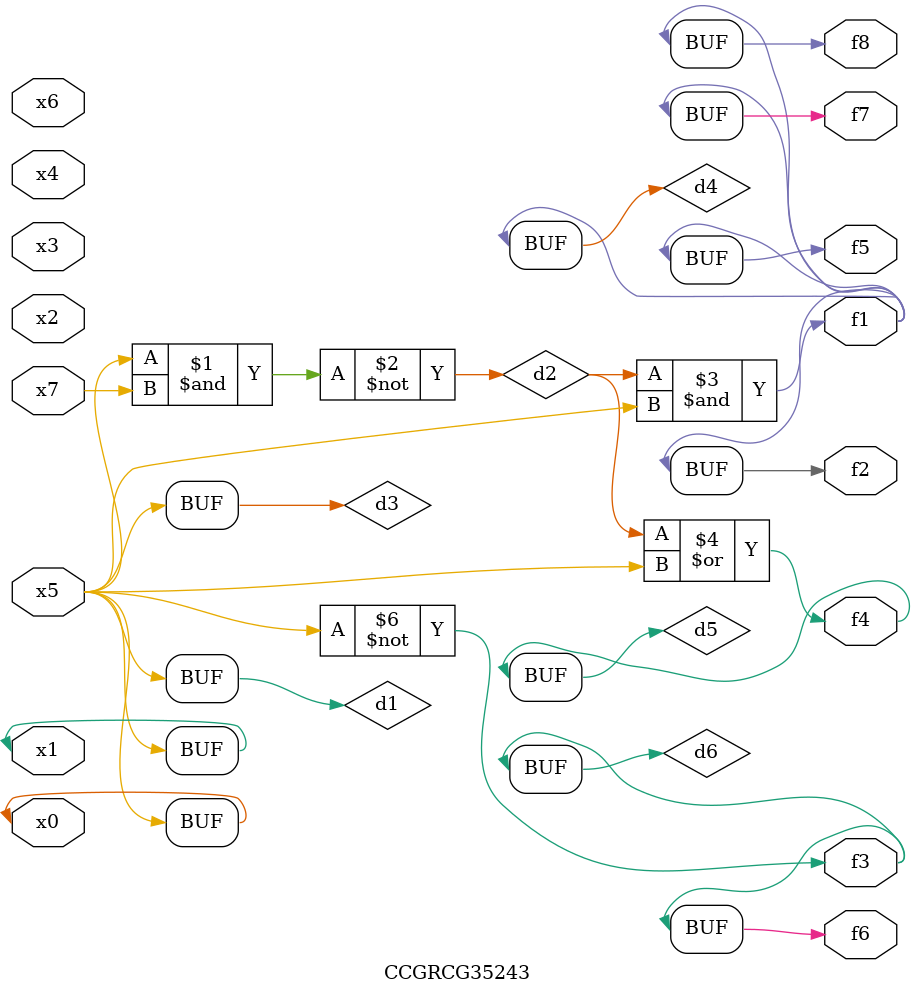
<source format=v>
module CCGRCG35243(
	input x0, x1, x2, x3, x4, x5, x6, x7,
	output f1, f2, f3, f4, f5, f6, f7, f8
);

	wire d1, d2, d3, d4, d5, d6;

	buf (d1, x0, x5);
	nand (d2, x5, x7);
	buf (d3, x0, x1);
	and (d4, d2, d3);
	or (d5, d2, d3);
	nor (d6, d1, d3);
	assign f1 = d4;
	assign f2 = d4;
	assign f3 = d6;
	assign f4 = d5;
	assign f5 = d4;
	assign f6 = d6;
	assign f7 = d4;
	assign f8 = d4;
endmodule

</source>
